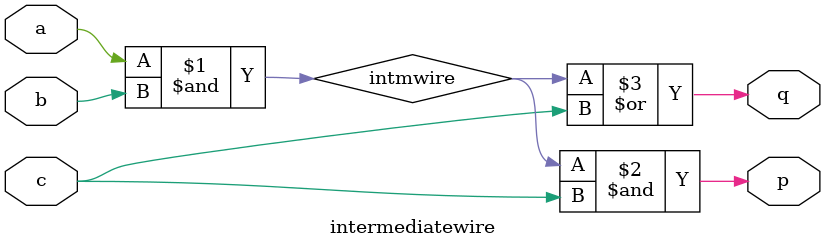
<source format=v>
module intermediatewire(
    input wire a,
    input wire b,
    input wire c,
    output wire p,
    output wire q
);

wire intmwire;
assign intmwire=a&b;
assign p=intmwire&c;
assign q=intmwire|c;

endmodule
</source>
